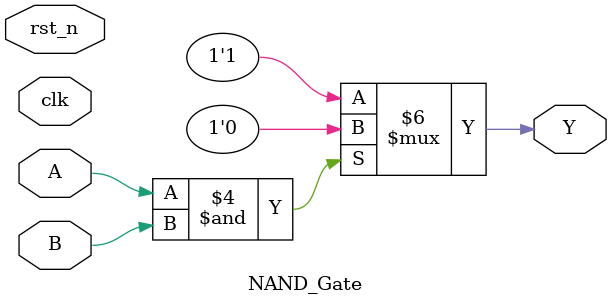
<source format=v>
module NAND_Gate(output reg Y, input A, B, rst_n, clk);
always @ (A or B) begin
    if (A == 1'b1 & B == 1'b1) begin
        Y = 1'b0;
    end
    else 
        Y = 1'b1; 
end
endmodule
</source>
